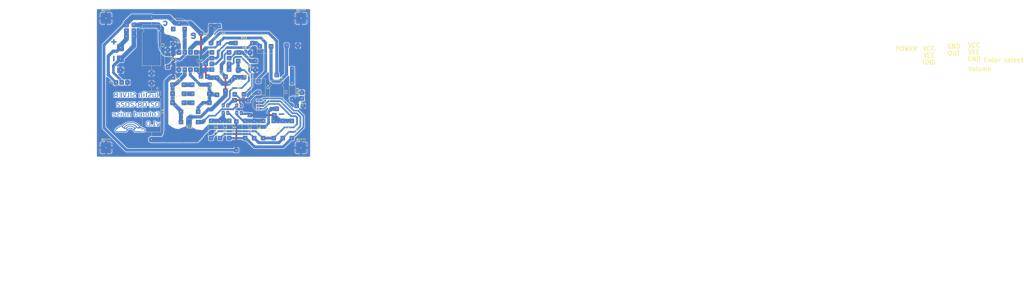
<source format=kicad_pcb>
(kicad_pcb (version 20211014) (generator pcbnew)
  (title_block (title "Colored noise generator") (date "2022-02-11") (rev "v1.0") (company "www.justin-silver.com") (comment 1 "Justin Silver") (comment 2 "Fabrication at the University of Strasbourg") (comment 3 "Etching in vertical FeCl3 bath with agitation"))
  (layers (0 "F.Cu" signal) (31 "B.Cu" signal) (34 "B.Paste" user) (35 "F.Paste" user) (36 "B.SilkS" user "B.Silkscreen") (37 "F.SilkS" user "F.Silkscreen") (38 "B.Mask" user) (39 "F.Mask" user) (44 "Edge.Cuts" user))
  (net 0 "")
  (net 1 "Net-(C1-Pad1)")
  (net 2 "VEE")
  (net 3 "VCC")
  (net 4 "GND")
  (net 5 "Net-(C4-Pad1)")
  (net 6 "Net-(C4-Pad2)")
  (net 7 "Net-(C5-Pad1)")
  (net 8 "Net-(C5-Pad2)")
  (net 9 "Net-(C6-Pad2)")
  (net 10 "Net-(C7-Pad2)")
  (net 11 "Net-(C8-Pad1)")
  (net 12 "Net-(C9-Pad1)")
  (net 13 "Net-(C9-Pad2)")
  (net 14 "Net-(D1-Pad1)")
  (net 15 "Net-(D1-Pad3)")
  (net 16 "Net-(D1-Pad4)")
  (net 17 "/vout")
  (net 18 "+VCC")
  (net 19 "-VEE")
  (net 20 "/vin")
  (net 21 "Net-(R2-Pad2)")
  (net 22 "Net-(R4-Pad1)")
  (net 23 "Net-(R7-Pad1)")
  (net 24 "Net-(R10-Pad1)")
  (net 25 "Net-(R13-Pad1)")
  (net 26 "Net-(R13-Pad2)")
  (net 27 "Net-(R14-Pad2)")
  (net 28 "Net-(R18-Pad1)")
  (net 29 "Net-(R19-Pad1)")
  (net 30 "Net-(R20-Pad2)")
  (net 31 "Net-(R24-Pad1)")
  (footprint "wires:standard" (layer "F.Cu") (at 119 139.2)
    (fp_text reference "REF**" hide)
    (fp_text value "wire")
  )
  (footprint "wires:standard" (layer "F.Cu") (at 108.15 113.75)
    (fp_text reference "REF**" hide)
    (fp_text value "wire")
  )
  (footprint "wires:standard" (layer "F.Cu") (at 123.799994 165.6)
    (fp_text reference "REF**" hide)
    (fp_text value "wire")
  )
  (footprint "wires:standard" (layer "F.Cu") (at 110.175 127.2)
    (fp_text reference "REF**" hide)
    (fp_text value "wire")
  )
  (footprint "Resistor_THT:R_Axial_DIN0207_L6.3mm_D2.5mm_P7.62mm_Horizontal" (layer "F.Cu") (at 93.4 121 -90)
    (fp_text reference "R1")
    (fp_text value "100k" hide)
  )
  (footprint "Resistor_THT:R_Axial_DIN0207_L6.3mm_D2.5mm_P7.62mm_Horizontal" (layer "F.Cu") (at 116 110.44824 -90)
    (fp_text reference "R3")
    (fp_text value "1Meg" hide)
  )
  (footprint "Resistor_THT:R_Axial_DIN0207_L6.3mm_D2.5mm_P7.62mm_Horizontal" (layer "F.Cu") (at 127.2 140.8 90)
    (fp_text reference "R24")
    (fp_text value "22k" hide)
  )
  (footprint "wires:standard" (layer "F.Cu") (at 108.15 132.9)
    (fp_text reference "REF**" hide)
    (fp_text value "wire")
  )
  (footprint "Resistor_THT:R_Axial_DIN0207_L6.3mm_D2.5mm_P7.62mm_Horizontal" (layer "F.Cu") (at 99.25 148.5)
    (fp_text reference "R14")
    (fp_text value "1Meg" hide)
  )
  (footprint "wires:standard" (layer "F.Cu") (at 123.8 152.85)
    (fp_text reference "REF**" hide)
    (fp_text value "wire")
  )
  (footprint "Resistor_THT:R_Axial_DIN0207_L6.3mm_D2.5mm_P7.62mm_Horizontal" (layer "F.Cu") (at 148.6 135.5 -90)
    (fp_text reference "R19")
    (fp_text value "1k" hide)
  )
  (footprint "Capacitor_THT:CP_Axial_L18.0mm_D8.0mm_P25.00mm_Horizontal" (layer "F.Cu") (at 86.2 106.47 -90)
    (fp_text reference "C2")
    (fp_text value "220u" hide)
  )
  (footprint "Capacitor_THT:CP_Axial_L18.0mm_D8.0mm_P25.00mm_Horizontal" (layer "F.Cu") (at 86.2 135.9 -90)
    (fp_text reference "C3")
    (fp_text value "220u" hide)
  )
  (footprint "Resistor_THT:R_Axial_DIN0207_L6.3mm_D2.5mm_P7.62mm_Horizontal" (layer "F.Cu") (at 112.6 118.06824 90)
    (fp_text reference "R2")
    (fp_text value "100k" hide)
  )
  (footprint "Resistor_THT:R_Axial_DIN0207_L6.3mm_D2.5mm_P7.62mm_Horizontal" (layer "F.Cu") (at 123.1 140.8 90)
    (fp_text reference "R13")
    (fp_text value "22k" hide)
  )
  (footprint "wires:standard" (layer "F.Cu") (at 95.8 133.2)
    (fp_text reference "REF**" hide)
    (fp_text value "wire")
  )
  (footprint "Capacitor_THT:C_Rect_L7.2mm_W2.5mm_P5.00mm_FKS2_FKP2_MKS2_MKP2" (layer "F.Cu") (at 124.92 122.22)
    (fp_text reference "C8")
    (fp_text value "22n" hide)
  )
  (footprint "wires:standard" (layer "F.Cu") (at 119 132.9)
    (fp_text reference "REF**" hide)
    (fp_text value "wire")
  )
  (footprint "connectors:screw_terminal_1x3" (layer "F.Cu") (at 72.4 120.05 -90)
    (fp_text reference "J2")
    (fp_text value "Screw_Terminal_01x03" hide)
  )
  (footprint "Capacitor_THT:C_Rect_L7.0mm_W6.0mm_P5.00mm" (layer "F.Cu") (at 134.2 119.47)
    (fp_text reference "C9")
    (fp_text value "10u" hide)
  )
  (footprint "Resistor_THT:R_Axial_DIN0207_L6.3mm_D2.5mm_P7.62mm_Horizontal" (layer "F.Cu") (at 120.67 152.6 -90)
    (fp_text reference "R10")
    (fp_text value "0" hide)
  )
  (footprint "MountingHole:MountingHole_2.5mm_Pad" (layer "F.Cu") (at 152.5 107)
    (fp_text reference "REF**")
    (fp_text value "mount")
  )
  (footprint "Package_DIP:DIP-8_W7.62mm_Socket" (layer "F.Cu") (at 120.6 129.79 180)
    (fp_text reference "U2")
    (fp_text value "Opamp_Dual" hide)
  )
  (footprint "MountingHole:MountingHole_2.5mm_Pad" (layer "F.Cu") (at 66 164.5)
    (fp_text reference "REF**")
    (fp_text value "mount")
  )
  (footprint "Resistor_THT:R_Axial_DIN0207_L6.3mm_D2.5mm_P7.62mm_Horizontal" (layer "F.Cu") (at 140.4 152.6 -90)
    (fp_text reference "R6")
    (fp_text value "0" hide)
  )
  (footprint "wires:standard" (layer "F.Cu") (at 140.67 149.999996)
    (fp_text reference "REF**" hide)
    (fp_text value "wire")
  )
  (footprint "Resistor_THT:R_Axial_DIN0207_L6.3mm_D2.5mm_P7.62mm_Horizontal" (layer "F.Cu") (at 131.73 152.6 -90)
    (fp_text reference "R8")
    (fp_text value "0" hide)
  )
  (footprint "Capacitor_THT:C_Rect_L7.2mm_W2.5mm_P5.00mm_FKS2_FKP2_MKS2_MKP2" (layer "F.Cu") (at 95.56 144.5)
    (fp_text reference "C7")
    (fp_text value "5n6" hide)
  )
  (footprint "MountingHole:MountingHole_2.5mm_Pad" (layer "F.Cu") (at 65.999996 106.99999)
    (fp_text reference "REF**")
    (fp_text value "mount")
  )
  (footprint "Resistor_THT:R_Axial_DIN0207_L6.3mm_D2.5mm_P7.62mm_Horizontal" (layer "F.Cu") (at 123.4 118)
    (fp_text reference "R22")
    (fp_text value "1Meg" hide)
  )
  (footprint "wires:standard" (layer "F.Cu") (at 128.98 143.400018)
    (fp_text reference "REF**" hide)
    (fp_text value "wire")
  )
  (footprint "MountingHole:MountingHole_2.5mm_Pad" (layer "F.Cu") (at 152.5 164.5)
    (fp_text reference "REF**")
    (fp_text value "mount")
  )
  (footprint "Connector_PinHeader_2.54mm:PinHeader_1x03_P2.54mm_Vertical" (layer "F.Cu") (at 70.425 135.5 90)
    (fp_text reference "J3")
    (fp_text value "Conn_01x03" hide)
  )
  (footprint "wires:standard" (layer "F.Cu") (at 153.35 145.9)
    (fp_text reference "REF**" hide)
    (fp_text value "wire")
  )
  (footprint "Capacitor_THT:C_Disc_D4.7mm_W2.5mm_P5.00mm" (layer "F.Cu") (at 95.56 136.5)
    (fp_text reference "C5")
    (fp_text value "820p" hide)
  )
  (footprint "Resistor_THT:R_Axial_DIN0207_L6.3mm_D2.5mm_P7.62mm_Horizontal" (layer "F.Cu") (at 135.73 152.6 -90)
    (fp_text reference "R9")
    (fp_text value "0" hide)
  )
  (footprint "wires:standard" (layer "F.Cu") (at 129.799998 150)
    (fp_text reference "REF**" hide)
    (fp_text value "wire")
  )
  (footprint "Resistor_THT:R_Axial_DIN0207_L6.3mm_D2.5mm_P7.62mm_Horizontal" (layer "F.Cu") (at 132.23 129.97 180)
    (fp_text reference "R20")
    (fp_text value "22k" hide)
  )
  (footprint "Capacitor_THT:C_Rect_L7.2mm_W2.5mm_P5.00mm_FKS2_FKP2_MKS2_MKP2" (layer "F.Cu") (at 95.56 140.5)
    (fp_text reference "C6")
    (fp_text value "2n2" hide)
  )
  (footprint "Resistor_THT:R_Axial_DIN0207_L6.3mm_D2.5mm_P7.62mm_Horizontal" (layer "F.Cu") (at 112.67 152.6 -90)
    (fp_text reference "R12")
    (fp_text value "0" hide)
  )
  (footprint "Resistor_THT:R_Axial_DIN0207_L6.3mm_D2.5mm_P7.62mm_Horizontal" (layer "F.Cu") (at 104.25 136.5)
    (fp_text reference "R15")
    (fp_text value "18k" hide)
  )
  (footprint "wires:standard" (layer "F.Cu") (at 95.8 118.35)
    (fp_text reference "REF**" hide)
    (fp_text value "wire")
  )
  (footprint "Resistor_THT:R_Axial_DIN0207_L6.3mm_D2.5mm_P7.62mm_Horizontal" (layer "F.Cu") (at 104.25 140.5)
    (fp_text reference "R16")
    (fp_text value "100k" hide)
  )
  (footprint "Resistor_THT:R_Axial_DIN0207_L6.3mm_D2.5mm_P7.62mm_Horizontal" (layer "F.Cu") (at 115.2 141 90)
    (fp_text reference "R21")
    (fp_text value "1Meg" hide)
  )
  (footprint "wires:standard" (layer "F.Cu") (at 123 143.4)
    (fp_text reference "REF**" hide)
    (fp_text value "wire")
  )
  (footprint "Connector_PinHeader_2.54mm:PinHeader_1x02_P2.54mm_Vertical" (layer "F.Cu") (at 152.83 142.59 180)
    (fp_text reference "J4")
    (fp_text value "Conn_01x02" hide)
  )
  (footprint "switches:dp3t" (layer "F.Cu") (at 122.00001 145.499988 180)
    (fp_text reference "SW2")
    (fp_text value "DP3T" hide)
  )
  (footprint "potentiometer:elegoo_pot" (layer "F.Cu") (at 148.6 124.4 180)
    (fp_text reference "VR1")
    (fp_text value "10k" hide)
  )
  (footprint "Resistor_THT:R_Axial_DIN0207_L6.3mm_D2.5mm_P7.62mm_Horizontal" (layer "F.Cu") (at 106.87 153.1 180)
    (fp_text reference "R18")
    (fp_text value "22k" hide)
  )
  (footprint "Capacitor_THT:CP_Axial_L10.0mm_D6.0mm_P15.00mm_Horizontal" (layer "F.Cu") (at 141.73 132.2 -90)
    (fp_text reference "C1")
    (fp_text value "1u" hide)
  )
  (footprint "Resistor_THT:R_Axial_DIN0207_L6.3mm_D2.5mm_P7.62mm_Horizontal" (layer "F.Cu") (at 127.73 152.6 -90)
    (fp_text reference "R7")
    (fp_text value "0" hide)
  )
  (footprint "Resistor_THT:R_Axial_DIN0207_L6.3mm_D2.5mm_P7.62mm_Horizontal" (layer "F.Cu") (at 144.4 152.6 -90)
    (fp_text reference "R5")
    (fp_text value "0" hide)
  )
  (footprint "Resistor_THT:R_Axial_DIN0207_L6.3mm_D2.5mm_P7.62mm_Horizontal" (layer "F.Cu") (at 116.67 152.6 -90)
    (fp_text reference "R11")
    (fp_text value "0" hide)
  )
  (footprint "wires:standard" (layer "F.Cu") (at 110.95 132.9)
    (fp_text reference "REF**" hide)
    (fp_text value "wire")
  )
  (footprint "Capacitor_THT:C_Rect_L7.0mm_W6.0mm_P5.00mm" (layer "F.Cu") (at 133.6 134.97 -90)
    (fp_text reference "C4")
    (fp_text value "10u" hide)
  )
  (footprint "Package_DIP:DIP-8_W7.62mm_Socket" (layer "F.Cu") (at 106 122.17 -90)
    (fp_text reference "U1")
    (fp_text value "Opamp_Dual" hide)
  )
  (footprint "Resistor_THT:R_Axial_DIN0207_L6.3mm_D2.5mm_P7.62mm_Horizontal" (layer "F.Cu") (at 104.25 144.5)
    (fp_text reference "R17")
    (fp_text value "330k" hide)
  )
  (footprint "Resistor_THT:R_Axial_DIN0207_L6.3mm_D2.5mm_P7.62mm_Horizontal" (layer "F.Cu") (at 148.4 152.6 -90)
    (fp_text reference "R4")
    (fp_text value "0" hide)
  )
  (footprint "Resistor_THT:R_Axial_DIN0207_L6.3mm_D2.5mm_P7.62mm_Horizontal" (layer "F.Cu") (at 132.23 125.97 180)
    (fp_text reference "R23")
    (fp_text value "390k" hide)
  )
  (footprint "transistors:2N2905A-TO-39" (layer "F.Cu") (at 98.5 111.9 180)
    (fp_text reference "Q1")
    (fp_text value "2N2905A" hide)
  )
  (footprint "switches:dpdt" (layer "F.Cu") (at 76.680007 112.470006 -90)
    (fp_text reference "SW1")
    (fp_text value "DPDT" hide)
  )
  (footprint "wires:standard" (layer "F.Cu") (at 150.55 145.9)
    (fp_text reference "REF**" hide)
    (fp_text value "wire")
  )
  (footprint "LED_THT:LED_D5.0mm-4_RGB" (layer "F.Cu") (at 133.8 143.4 -90)
    (fp_text reference "D1")
    (fp_text value "LED_RKGB" hide)
  )
  (footprint "copper-text:copper-text" (layer "B.Cu") (at 79.9292 147.579297 180)
    (fp_text reference "G***" hide)
    (fp_text value "LOGO" hide)
  )
  (gr_rect (start 61.75 168.7) (end 156.75 102.7) (layer "Edge.Cuts") (width 0.1) (fill none))
  (gr_text "e" (at 104.7 114.4) (layer "B.Cu") (effects (font (size 3.302 3.302) (thickness 0.635)) (justify mirror)))
  (gr_text "-" (at 69.3 124.9 90) (layer "B.Cu") (effects (font (size 2.54 2.54) (thickness 0.635)) (justify mirror)))
  (gr_text "+" (at 69.5 117.3) (layer "B.Cu") (effects (font (size 2.54 2.54) (thickness 0.635)) (justify mirror)))
  (gr_text "c" (at 92.3 108.9) (layer "B.Cu") (effects (font (size 2.54 2.54) (thickness 0.635)) (justify mirror)))
  (gr_text "-" (at 143.8 149.75 180) (layer "B.Cu") (effects (font (size 2.54 2.54) (thickness 0.635)) (justify mirror)))
  (gr_text "VCC\nVEE\nGND" (at 451 122) (layer "F.SilkS") (effects (font (size 1.905 1.905) (thickness 0.381))))
  (gr_text "POWER" (at 421 120.5) (layer "F.SilkS") (effects (font (size 1.905 1.905) (thickness 0.381))))
  (gr_text "Volume" (at 453.5 129.5) (layer "F.SilkS") (effects (font (size 1.905 1.905) (thickness 0.381))))
  (gr_text "GND\nOUT\n" (at 442 121) (layer "F.SilkS") (effects (font (size 1.905 1.905) (thickness 0.381))))
  (gr_text "VCC\nVEE\nGND" (at 431 123.5) (layer "F.SilkS") (effects (font (size 1.905 1.905) (thickness 0.381))))
  (gr_text "Color select" (at 464 125.5) (layer "F.SilkS") (effects (font (size 1.905 1.905) (thickness 0.381))))
  (segment (start 116.55 113.5) (end 117.25 113.5) (width 1.27) (layer "B.Cu") (net 1))
  (segment (start 116.8 113.5) (end 118.1 113.5) (width 1.27) (layer "B.Cu") (net 1))
  (segment (start 112.6 117.45) (end 116.55 113.5) (width 1.27) (layer "B.Cu") (net 1))
  (segment (start 141.73 117.13) (end 141.73 132.2) (width 1.27) (layer "B.Cu") (net 1))
  (segment (start 138.1 113.5) (end 141.73 117.13) (width 1.27) (layer "B.Cu") (net 1))
  (segment (start 112.6 118.06824) (end 112.6 117.45) (width 1.27) (layer "B.Cu") (net 1))
  (segment (start 118.1 113.5) (end 138.1 113.5) (width 1.27) (layer "B.Cu") (net 1))
  (segment (start 95.800012 118.350005) (end 95.800012 133.200005) (width 0.762) (layer "F.Cu") (net 2))
  (segment (start 118.999992 139.200001) (end 118.999992 132.899988) (width 0.762) (layer "F.Cu") (net 2))
  (segment (start 111.78 155.22) (end 108 159) (width 2.032) (layer "B.Cu") (net 2))
  (segment (start 93.25 160.9) (end 97.1 160.9) (width 1.778) (layer "B.Cu") (net 2))
  (segment (start 138.1 148.5) (end 139 147.6) (width 1.143) (layer "B.Cu") (net 2))
  (segment (start 136.480011 155.219989) (end 138.1 153.6) (width 1.143) (layer "B.Cu") (net 2))
  (segment (start 106.1 160.9) (end 100.1 160.9) (width 2.54) (layer "B.Cu") (net 2))
  (segment (start 97.1 160.9) (end 102.8 155.2) (width 1.778) (layer "B.Cu") (net 2))
  (segment (start 118.2 126.6) (end 118.6 126.2) (width 0.762) (layer "B.Cu") (net 2))
  (segment (start 93.25 160.9) (end 86.2 160.9) (width 2.54) (layer "B.Cu") (net 2))
  (segment (start 134.602608 155.22) (end 111.78 155.22) (width 2.032) (layer "B.Cu") (net 2))
  (segment (start 95.800012 133.200005) (end 94.599995 133.200005) (width 1.27) (layer "B.Cu") (net 2))
  (segment (start 134.602648 155.219989) (end 136.480011 155.219989) (width 1.778) (layer "B.Cu") (net 2))
  (segment (start 139 147.6) (end 139.4 147.2) (width 1.778) (layer "B.Cu") (net 2))
  (segment (start 102.8 151.7) (end 103.55852 150.94148) (width 2.54) (layer "B.Cu") (net 2))
  (segment (start 94.599995 133.200005) (end 92.75 135.05) (width 1.778) (layer "B.Cu") (net 2))
  (segment (start 118.6 123.2) (end 119.63 122.17) (width 0.762) (layer "B.Cu") (net 2))
  (segment (start 118.999992 141.250008) (end 118.999992 139.200001) (width 2.032) (layer "B.Cu") (net 2))
  (segment (start 118.999992 132.899988) (end 117.2 131.099996) (width 1.524) (layer "B.Cu") (net 2))
  (segment (start 102.8 155.2) (end 102.8 151.7) (width 2.54) (layer "B.Cu") (net 2))
  (segment (start 108 159) (end 106.1 160.9) (width 2.54) (layer "B.Cu") (net 2))
  (segment (start 139.4 147.2) (end 141.73 147.2) (width 1.778) (layer "B.Cu") (net 2))
  (segment (start 111.37132 147.5) (end 112.75 147.5) (width 1.778) (layer "B.Cu") (net 2))
  (segment (start 108.07132 150.8) (end 111.37132 147.5) (width 1.397) (layer "B.Cu") (net 2))
  (segment (start 118.6 126.2) (end 118.6 123.2) (width 0.762) (layer "B.Cu") (net 2))
  (segment (start 112.75 147.5) (end 118.999992 141.250008) (width 1.778) (layer "B.Cu") (net 2))
  (segment (start 92.75 160.4) (end 93.25 160.9) (width 1.778) (layer "B.Cu") (net 2))
  (segment (start 88.92 109.97) (end 90.5 111.55) (width 2.54) (layer "B.Cu") (net 2))
  (segment (start 78.31 109.97) (end 81.18 109.97) (width 2.032) (layer "B.Cu") (net 2))
  (segment (start 103.7 150.8) (end 108.07132 150.8) (width 1.397) (layer "B.Cu") (net 2))
  (segment (start 117.2 127.6) (end 118.2 126.6) (width 1.524) (layer "B.Cu") (net 2))
  (segment (start 138.1 153.6) (end 138.1 148.5) (width 1.143) (layer "B.Cu") (net 2))
  (segment (start 119.63 122.17) (end 120.6 122.17) (width 0.762) (layer "B.Cu") (net 2))
  (segment (start 92.75 135.05) (end 92.75 160.4) (width 1.778) (layer "B.Cu") (net 2))
  (segment (start 81.18 109.97) (end 88.92 109.97) (width 2.54) (layer "B.Cu") (net 2))
  (segment (start 90.5 111.55) (end 90.5 116.1) (width 2.54) (layer "B.Cu") (net 2))
  (segment (start 100.1 160.9) (end 93.25 160.9) (width 2.54) (layer "B.Cu") (net 2))
  (segment (start 117.2 131.099996) (end 117.2 127.6) (width 1.524) (layer "B.Cu") (net 2))
  (segment (start 108.149995 132.900007) (end 108.149995 113.750007) (width 0.762) (layer "F.Cu") (net 3))
  (segment (start 123.8 152.85) (end 123.8 165.599994) (width 0.762) (layer "F.Cu") (net 3))
  (segment (start 107.471164 131.261164) (end 106 129.79) (width 1.524) (layer "B.Cu") (net 3))
  (segment (start 94 106.5) (end 96.73 109.23) (width 2.032) (layer "B.Cu") (net 3))
  (segment (start 75.01 109.14) (end 77.68 106.47) (width 2.54) (layer "B.Cu") (net 3))
  (segment (start 123.800006 152.450006) (end 123.800006 152.849994) (width 0.762) (layer "B.Cu") (net 3))
  (segment (start 120.45 149.1) (end 123.800006 152.450006) (width 0.762) (layer "B.Cu") (net 3))
  (segment (start 98.37 109.23) (end 98.39 109.25) (width 2.032) (layer "B.Cu") (net 3))
  (segment (start 77.68 106.47) (end 86.2 106.47) (width 2.54) (layer "B.Cu") (net 3))
  (segment (start 107.313595 129.79) (end 106 129.79) (width 1.524) (layer "B.Cu") (net 3))
  (segment (start 86.35 106.47) (end 93.97 106.47) (width 2.032) (layer "B.Cu") (net 3))
  (segment (start 65.1 118.9) (end 74.03 109.97) (width 1.27) (layer "B.Cu") (net 3))
  (segment (start 107.315 130.1021) (end 106.3121 130.1021) (width 0.762) (layer "B.Cu") (net 3))
  (segment (start 103.649988 109.25) (end 108.149995 113.750007) (width 2.032) (layer "B.Cu") (net 3))
  (segment (start 75.01 109.97) (end 75.01 109.14) (width 2.032) (layer "B.Cu") (net 3))
  (segment (start 111.01 129.79) (end 112.01 129.79) (width 1.778) (layer "B.Cu") (net 3))
  (segment (start 75.1 165.6) (end 65.1 155.6) (width 1.27) (layer "B.Cu") (net 3))
  (segment (start 74.03 109.97) (end 75.01 109.97) (width 1.27) (layer "B.Cu") (net 3))
  (segment (start 96.73 109.23) (end 98.37 109.23) (width 2.032) (layer "B.Cu") (net 3))
  (segment (start 123.799994 165.6) (end 75.1 165.6) (width 1.27) (layer "B.Cu") (net 3))
  (segment (start 93.97 106.47) (end 94 106.5) (width 2.032) (layer "B.Cu") (net 3))
  (segment (start 112.01 129.79) (end 112.98 129.79) (width 1.778) (layer "B.Cu") (net 3))
  (segment (start 106.2429 130.0329) (end 106 129.79) (width 0.762) (layer "B.Cu") (net 3))
  (segment (start 109.228334 130.296665) (end 109.735 129.79) (width 1.524) (layer "B.Cu") (net 3))
  (segment (start 106.3121 130.1021) (end 106 129.79) (width 0.762) (layer "B.Cu") (net 3))
  (segment (start 86.2 106.47) (end 86.25 106.52) (width 2.032) (layer "B.Cu") (net 3))
  (segment (start 109.735 129.79) (end 111.01 129.79) (width 1.778) (layer "B.Cu") (net 3))
  (segment (start 106 129.79) (end 109.735 129.79) (width 1.778) (layer "B.Cu") (net 3))
  (segment (start 107.315 130.0329) (end 106.2429 130.0329) (width 0.762) (layer "B.Cu") (net 3))
  (segment (start 65.1 155.6) (end 65.1 118.9) (width 1.27) (layer "B.Cu") (net 3))
  (segment (start 120.03 149.1) (end 120.45 149.1) (width 0.762) (layer "B.Cu") (net 3))
  (segment (start 98.39 109.25) (end 103.649988 109.25) (width 2.032) (layer "B.Cu") (net 3))
  (arc (start 108.149995 132.900007) (mid 108.430246 131.491089) (end 109.228334 130.296665) (width 1.524) (layer "B.Cu") (net 3))
  (arc (start 108.149995 132.900007) (mid 107.973573 132.013072) (end 107.471164 131.261164) (width 1.524) (layer "B.Cu") (net 3))
  (segment (start 106 122.17) (end 108.38 122.17) (width 1.778) (layer "B.Cu") (net 5))
  (segment (start 110.75 119.95) (end 114.45 119.95) (width 0.889) (layer "B.Cu") (net 5))
  (segment (start 108.43 122.17) (end 110.25 120.35) (width 1.778) (layer "B.Cu") (net 5))
  (segment (start 136.8 130.65) (end 136.8 117.8) (width 1.27) (layer "B.Cu") (net 5))
  (segment (start 110.35 120.35) (end 110.75 119.95) (width 0.889) (layer "B.Cu") (net 5))
  (segment (start 114.45 119.95) (end 116 118.4) (width 0.889) (layer "B.Cu") (net 5))
  (segment (start 134.77352 115.77352) (end 118.2 115.77352) (width 1.27) (layer "B.Cu") (net 5))
  (segment (start 136.8 117.8) (end 134.77352 115.77352) (width 1.27) (layer "B.Cu") (net 5))
  (segment (start 116 117.97352) (end 118.2 115.77352) (width 1.27) (layer "B.Cu") (net 5))
  (segment (start 133.6 133.85) (end 136.8 130.65) (width 1.27) (layer "B.Cu") (net 5))
  (segment (start 110.25 120.35) (end 110.35 120.35) (width 1.778) (layer "B.Cu") (net 5))
  (segment (start 133.6 134.97) (end 133.6 133.85) (width 1.27) (layer "B.Cu") (net 5))
  (segment (start 116 118.4) (end 116 118.06824) (width 0.889) (layer "B.Cu") (net 5))
  (segment (start 108.38 122.17) (end 108.43 122.17) (width 0.889) (layer "B.Cu") (net 5))
  (segment (start 123.000026 143.4) (end 123.000008 143.400018) (width 0.762) (layer "F.Cu") (net 6))
  (segment (start 128.98 143.4) (end 123.000026 143.4) (width 0.762) (layer "F.Cu") (net 6))
  (segment (start 129.05 143.4) (end 132.48 139.97) (width 1.397) (layer "B.Cu") (net 6))
  (segment (start 132.48 139.97) (end 133.6 139.97) (width 1.397) (layer "B.Cu") (net 6))
  (segment (start 128.98 143.4) (end 129.05 143.4) (width 1.397) (layer "B.Cu") (net 6))
  (segment (start 123.000008 143.400018) (end 122.429982 143.400018) (width 1.27) (layer "B.Cu") (net 6))
  (segment (start 122.429982 143.400018) (end 120.03 145.8) (width 1.27) (layer "B.Cu") (net 6))
  (segment (start 99.25 148.19) (end 95.56 144.5) (width 1.778) (layer "B.Cu") (net 7))
  (segment (start 100.9 129.8) (end 100.91 129.8) (width 1.27) (layer "B.Cu") (net 7))
  (segment (start 95.56 140.5) (end 95.56 136.5) (width 1.778) (layer "B.Cu") (net 7))
  (segment (start 100.91 129.8) (end 100.92 129.79) (width 1.27) (layer "B.Cu") (net 7))
  (segment (start 97.506101 135.693898) (end 98.1 135.1) (width 1.778) (layer "B.Cu") (net 7))
  (segment (start 95.56 144.5) (end 95.56 140.5) (width 1.778) (layer "B.Cu") (net 7))
  (segment (start 99.25 153.1) (end 99.25 148.5) (width 1.778) (layer "B.Cu") (net 7))
  (segment (start 100.9 129.8) (end 100.9 132.2) (width 1.778) (layer "B.Cu") (net 7))
  (segment (start 99.25 148.5) (end 99.25 148.19) (width 1.016) (layer "B.Cu") (net 7))
  (segment (start 98.1 135.1) (end 100.829289 132.370711) (width 1.778) (layer "B.Cu") (net 7))
  (arc (start 100.829289 132.370711) (mid 100.881623 132.292389) (end 100.9 132.2) (width 1.778) (layer "B.Cu") (net 7))
  (arc (start 95.56 136.5) (mid 96.613222 136.290501) (end 97.506101 135.693898) (width 1.778) (layer "B.Cu") (net 7))
  (segment (start 100.56 136.5) (end 104.25 136.5) (width 2.032) (layer "B.Cu") (net 8))
  (segment (start 100.56 140.5) (end 104.25 140.5) (width 2.032) (layer "B.Cu") (net 9))
  (segment (start 100.56 144.5) (end 104.25 144.5) (width 2.032) (layer "B.Cu") (net 10))
  (segment (start 124.92 122.22) (end 126.48 122.22) (width 1.778) (layer "B.Cu") (net 11))
  (segment (start 120.6 124.71) (end 121.14 124.71) (width 0.889) (layer "B.Cu") (net 11))
  (segment (start 121.14 124.71) (end 123.63 122.22) (width 0.889) (layer "B.Cu") (net 11))
  (segment (start 126.48 122.22) (end 130.23 125.97) (width 1.27) (layer "B.Cu") (net 11))
  (segment (start 130.23 125.97) (end 132.23 125.97) (width 1.778) (layer "B.Cu") (net 11))
  (segment (start 123.63 122.22) (end 124.92 122.22) (width 2.032) (layer "B.Cu") (net 11))
  (segment (start 117.4 122.2) (end 119.6 120) (width 0.762) (layer "B.Cu") (net 12))
  (segment (start 119.8 120) (end 129.02 120) (width 1.143) (layer "B.Cu") (net 12))
  (segment (start 117.4 124.597686) (end 117.4 122.2) (width 1.016) (layer "B.Cu") (net 12))
  (segment (start 119.6 120) (end 119.8 120) (width 0.762) (layer "B.Cu") (net 12))
  (segment (start 132.73 118) (end 134.2 119.47) (width 1.778) (layer "B.Cu") (net 12))
  (segment (start 114.747686 127.25) (end 117.4 124.597686) (width 1.016) (layer "B.Cu") (net 12))
  (segment (start 129.02 120) (end 131.02 118) (width 1.143) (layer "B.Cu") (net 12))
  (segment (start 131.02 118) (end 132.73 118) (width 1.778) (layer "B.Cu") (net 12))
  (segment (start 112.98 127.25) (end 114.747686 127.25) (width 1.016) (layer "B.Cu") (net 12))
  (segment (start 146.1 131.9) (end 146.1 119.086) (width 1.397) (layer "B.Cu") (net 13))
  (segment (start 139.2 134) (end 140.2 135) (width 1.397) (layer "B.Cu") (net 13))
  (segment (start 143 135) (end 146.1 131.9) (width 1.397) (layer "B.Cu") (net 13))
  (segment (start 140.2 135) (end 143 135) (width 1.397) (layer "B.Cu") (net 13))
  (segment (start 139.2 119.47) (end 139.2 134) (width 1.397) (layer "B.Cu") (net 13))
  (segment (start 127.729991 160.219991) (end 127.73 160.22) (width 0.889) (layer "B.Cu") (net 14))
  (segment (start 135.8 142.6) (end 135 143.4) (width 0.762) (layer "B.Cu") (net 14))
  (segment (start 148.45 160.25) (end 144.6 164.1) (width 1.27) (layer "B.Cu") (net 14))
  (segment (start 153.6 155.35) (end 153.6 150.4) (width 0.762) (layer "B.Cu") (net 14))
  (segment (start 149.25 148) (end 143.85 142.6) (width 0.762) (layer "B.Cu") (net 14))
  (segment (start 143.85 142.6) (end 135.8 142.6) (width 0.762) (layer "B.Cu") (net 14))
  (segment (start 148.45 160.25) (end 148.7 160.25) (width 0.762) (layer "B.Cu") (net 14))
  (segment (start 131.86 164.1) (end 127.98 160.22) (width 1.27) (layer "B.Cu") (net 14))
  (segment (start 144.6 164.1) (end 131.86 164.1) (width 1.27) (layer "B.Cu") (net 14))
  (segment (start 151.2 148) (end 149.25 148) (width 0.762) (layer "B.Cu") (net 14))
  (segment (start 135 143.4) (end 133.8 143.4) (width 0.762) (layer "B.Cu") (net 14))
  (segment (start 148.7 160.25) (end 153.6 155.35) (width 0.762) (layer "B.Cu") (net 14))
  (segment (start 127.98 160.22) (end 127.73 160.22) (width 1.27) (layer "B.Cu") (net 14))
  (segment (start 153.6 150.4) (end 151.2 148) (width 0.762) (layer "B.Cu") (net 14))
  (segment (start 120.669892 160.219991) (end 127.729991 160.219991) (width 0.889) (layer "B.Cu") (net 14))
  (segment (start 144.73 160.22) (end 144.73 159.92) (width 0.762) (layer "B.Cu") (net 15))
  (segment (start 133.76 162.25) (end 142.7 162.25) (width 1.27) (layer "B.Cu") (net 15))
  (segment (start 152.23 154.97) (end 152.23 150.83) (width 0.762) (layer "B.Cu") (net 15))
  (segment (start 137.988951 143.8) (end 135.848951 145.94) (width 0.762) (layer "B.Cu") (net 15))
  (segment (start 116.67 160.22) (end 118.49 158.4) (width 0.889) (layer "B.Cu") (net 15))
  (segment (start 149.73 157.47) (end 152.23 154.97) (width 0.762) (layer "B.Cu") (net 15))
  (segment (start 129.91 158.4) (end 131.73 160.22) (width 0.889) (layer "B.Cu") (net 15))
  (segment (start 148.7 149.2) (end 143.3 143.8) (width 0.762) (layer "B.Cu") (net 15))
  (segment (start 147.18 157.47) (end 149.73 157.47) (width 0.762) (layer "B.Cu") (net 15))
  (segment (start 152.23 150.83) (end 150.6 149.2) (width 0.762) (layer "B.Cu") (net 15))
  (segment (start 135.848951 145.94) (end 133.8 145.94) (width 0.762) (layer "B.Cu") (net 15))
  (segment (start 142.7 162.25) (end 144.73 160.22) (width 1.27) (layer "B.Cu") (net 15))
  (segment (start 118.49 158.4) (end 129.91 158.4) (width 0.889) (layer "B.Cu") (net 15))
  (segment (start 131.73 160.22) (end 133.76 162.25) (width 1.27) (layer "B.Cu") (net 15))
  (segment (start 150.6 149.2) (end 148.7 149.2) (width 0.762) (layer "B.Cu") (net 15))
  (segment (start 143.3 143.8) (end 137.988951 143.8) (width 0.762) (layer "B.Cu") (net 15))
  (segment (start 144.73 159.92) (end 147.18 157.47) (width 0.762) (layer "B.Cu") (net 15))
  (segment (start 150.127676 150.5) (end 148.1 150.5) (width 0.762) (layer "B.Cu") (net 16))
  (segment (start 149.23 155.47) (end 150.73 153.97) (width 0.762) (layer "B.Cu") (net 16))
  (segment (start 150.73 153.97) (end 150.73 151.102324) (width 0.762) (layer "B.Cu") (net 16))
  (segment (start 135.73 160.22) (end 135.48 160.22) (width 0.889) (layer "B.Cu") (net 16))
  (segment (start 140.4 160.22) (end 145.15 155.47) (width 0.762) (layer "B.Cu") (net 16))
  (segment (start 142.6 145) (end 138.242 145) (width 0.762) (layer "B.Cu") (net 16))
  (segment (start 148.1 150.5) (end 142.6 145) (width 0.762) (layer "B.Cu") (net 16))
  (segment (start 145.15 155.47) (end 149.23 155.47) (width 0.762) (layer "B.Cu") (net 16))
  (segment (start 150.73 151.102324) (end 150.127676 150.5) (width 0.762) (layer "B.Cu") (net 16))
  (segment (start 135.48 160.22) (end 132.42 157.16) (width 0.889) (layer "B.Cu") (net 16))
  (segment (start 132.42 157.16) (end 115.73 157.16) (width 0.889) (layer "B.Cu") (net 16))
  (segment (start 115.73 157.16) (end 112.67 160.22) (width 0.889) (layer "B.Cu") (net 16))
  (segment (start 138.242 145) (end 136.032 147.21) (width 0.762) (layer "B.Cu") (net 16))
  (segment (start 135.73 160.22) (end 140.4 160.22) (width 1.27) (layer "B.Cu") (net 16))
  (segment (start 136.032 147.21) (end 133.8 147.21) (width 0.762) (layer "B.Cu") (net 16))
  (segment (start 69.2 121.6) (end 70.85 121.6) (width 1.397) (layer "B.Cu") (net 18))
  (segment (start 67.3 132.375) (end 67 132.075) (width 1.397) (layer "B.Cu") (net 18))
  (segment (start 67 132.075) (end 67 123.8) (width 1.397) (layer "B.Cu") (net 18))
  (segment (start 72.4 120.05) (end 72.4 119) (width 2.032) (layer "B.Cu") (net 18))
  (segment (start 67 123.8) (end 69.2 121.6) (width 1.397) (layer "B.Cu") (net 18))
  (segment (start 70.85 121.6) (end 72.4 120.05) (width 1.397) (layer "B.Cu") (net 18))
  (segment (start 70.425 135.5) (end 67.3 132.375) (width 1.143) (layer "B.Cu") (net 18))
  (segment (start 75.080007 116.319993) (end 75.080007 114.970006) (width 2.032) (layer "B.Cu") (net 18))
  (segment (start 72.4 119) (end 75.080007 116.319993) (width 2.032) (layer "B.Cu") (net 18))
  (segment (start 75.080007 114.970006) (end 75.080007 112.470006) (width 2.032) (layer "B.Cu") (net 18))
  (segment (start 72.965 135.5) (end 72.965 134.84) (width 1.143) (layer "B.Cu") (net 19))
  (segment (start 72.65001 125.04999) (end 78.380007 119.319993) (width 2.032) (layer "B.Cu") (net 19))
  (segment (start 69.29652 131.17152) (end 69.29652 128.15347) (width 1.143) (layer "B.Cu") (net 19))
  (segment (start 69.29652 128.15347) (end 72.4 125.04999) (width 1.397) (layer "B.Cu") (net 19))
  (segment (start 72.4 125.04999) (end 72.65001 125.04999) (width 2.032) (layer "B.Cu") (net 19))
  (segment (start 78.380007 119.319993) (end 78.380007 114.970006) (width 2.032) (layer "B.Cu") (net 19))
  (segment (start 78.380007 114.970006) (end 78.380007 112.470006) (width 2.032) (layer "B.Cu") (net 19))
  (segment (start 72.965 134.84) (end 69.29652 131.17152) (width 1.143) (layer "B.Cu") (net 19))
  (segment (start 96.82 125.2) (end 98.875 125.2) (width 1.27) (layer "B.Cu") (net 20))
  (segment (start 93.4 128.62) (end 96.82 125.2) (width 1.27) (layer "B.Cu") (net 20))
  (segment (start 98.875 125.2) (end 100.92 123.155) (width 1.27) (layer "B.Cu") (net 20))
  (segment (start 100.92 123.155) (end 100.92 122.17) (width 1.27) (layer "B.Cu") (net 20))
  (segment (start 100.91 111.77) (end 100.91 122.16) (width 1.778) (layer "B.Cu") (net 20))
  (segment (start 100.91 122.16) (end 100.92 122.17) (width 1.778) (layer "B.Cu") (net 20))
  (segment (start 103.46 120.54) (end 106 118) (width 2.032) (layer "B.Cu") (net 21))
  (segment (start 112.6 110.44824) (end 115.41 110.44824) (width 2.032) (layer "B.Cu") (net 21))
  (segment (start 112.8 113.05824) (end 115.41 110.44824) (width 2.032) (layer "B.Cu") (net 21))
  (segment (start 112.6 113.05824) (end 112.6 110.44824) (width 2.032) (layer "B.Cu") (net 21))
  (segment (start 115.41 110.44824) (end 116 110.44824) (width 2.032) (layer "B.Cu") (net 21))
  (segment (start 112.6 113.7) (end 112.6 110.44824) (width 2.032) (layer "B.Cu") (net 21))
  (segment (start 103.46 122.17) (end 103.46 120.54) (width 2.032) (layer "B.Cu") (net 21))
  (segment (start 106 118) (end 108.3 118) (width 2.032) (layer "B.Cu") (net 21))
  (segment (start 108.3 118) (end 112.6 113.7) (width 2.032) (layer "B.Cu") (net 21))
  (segment (start 129.799992 150.000004) (end 140.669992 150.000004) (width 0.762) (layer "F.Cu") (net 22))
  (segment (start 140.73 152.6) (end 148.4 152.6) (width 2.032) (layer "B.Cu") (net 22))
  (segment (start 126.33 149.4) (end 128.99999 149.4) (width 1.016) (layer "B.Cu") (net 22))
  (segment (start 126.03 149.1) (end 126.33 149.4) (width 1.016) (layer "B.Cu") (net 22))
  (segment (start 128.99999 149.4) (end 129.799994 150.200004) (width 1.016) (layer "B.Cu") (net 22))
  (segment (start 142.470976 151.800972) (end 140.67 149.999996) (width 1.524) (layer "B.Cu") (net 22))
  (segment (start 140.4 152.45453) (end 140.4 151.71347) (width 1.524) (layer "B.Cu") (net 22))
  (arc (start 140.15 151.255387) (mid 140.285143 150.575975) (end 140.67 149.999996) (width 1.524) (layer "B.Cu") (net 22))
  (arc (start 144.4 152.6) (mid 143.35602 152.392339) (end 142.470976 151.800972) (width 1.524) (layer "B.Cu") (net 22))
  (arc (start 140.4 152.6) (mid 140.214973 152.323088) (end 140.15 151.996447) (width 1.524) (layer "B.Cu") (net 22))
  (segment (start 124.600009 150.400009) (end 124.00001 149.80001) (width 0.889) (layer "B.Cu") (net 23))
  (segment (start 124.600009 150.400009) (end 126.8 152.6) (width 0.889) (layer "B.Cu") (net 23))
  (segment (start 124.00001 149.80001) (end 124.00001 149.049988) (width 0.889) (layer "B.Cu") (net 23))
  (segment (start 126.8 152.6) (end 127.73 152.6) (width 0.889) (layer "B.Cu") (net 23))
  (segment (start 127.73 152.6) (end 135.73 152.6) (width 2.032) (layer "B.Cu") (net 23))
  (segment (start 117.3 152.6) (end 116.67 152.6) (width 1.524) (layer "B.Cu") (net 24))
  (segment (start 118.03 151.87) (end 117.3 152.6) (width 1.524) (layer "B.Cu") (net 24))
  (segment (start 118.03 149.1) (end 118.03 151.87) (width 1.524) (layer "B.Cu") (net 24))
  (segment (start 120.67 152.6) (end 112.67 152.6) (width 2.032) (layer "B.Cu") (net 24))
  (segment (start 125.4 144.6) (end 125.4 142.7) (width 0.762) (layer "B.Cu") (net 25))
  (segment (start 126.03 145.23) (end 125.4 144.6) (width 0.762) (layer "B.Cu") (net 25))
  (segment (start 123.206779 140.906779) (end 123.1 140.8) (width 0.762) (layer "B.Cu") (net 25))
  (segment (start 126.03 145.8) (end 126.03 145.23) (width 0.762) (layer "B.Cu") (net 25))
  (segment (start 125.4 142.7) (end 124.259026 141.559026) (width 0.762) (layer "B.Cu") (net 25))
  (arc (start 124.25032 141.559026) (mid 123.691657 141.291605) (end 123.206779 140.906779) (width 0.762) (layer "B.Cu") (net 25))
  (segment (start 110.175 131.028985) (end 110.175 127.2) (width 0.762) (layer "F.Cu") (net 26))
  (arc (start 110.95 132.9) (mid 110.376416 132.041571) (end 110.175 131.028985) (width 0.762) (layer "F.Cu") (net 26))
  (segment (start 123.1 133.2) (end 123.1 133.18) (width 2.032) (layer "B.Cu") (net 26))
  (segment (start 123.4 118) (end 121 118) (width 1.778) (layer "B.Cu") (net 26))
  (segment (start 115.04 124.71) (end 112.98 124.71) (width 1.143) (layer "B.Cu") (net 26))
  (segment (start 110.175 127.2) (end 110.175 126.475) (width 1.397) (layer "B.Cu") (net 26))
  (segment (start 111.88 133.38) (end 111.4 132.9) (width 2.032) (layer "B.Cu") (net 26))
  (segment (start 127.18 133.2) (end 127.2 133.18) (width 2.032) (layer "B.Cu") (net 26))
  (segment (start 123.12 133.2) (end 127.18 133.2) (width 2.032) (layer "B.Cu") (net 26))
  (segment (start 123.1 133.18) (end 123.12 133.2) (width 2.032) (layer "B.Cu") (net 26))
  (segment (start 115.73 121.67) (end 115.73 124.02) (width 1.143) (layer "B.Cu") (net 26))
  (segment (start 116.4 121.1) (end 119.5 118) (width 0.762) (layer "B.Cu") (net 26))
  (segment (start 115.2 133.38) (end 115.2 133.4) (width 2.032) (layer "B.Cu") (net 26))
  (segment (start 120.3 136) (end 123.1 133.2) (width 2.032) (layer "B.Cu") (net 26))
  (segment (start 112.92 124.77) (end 112.98 124.71) (width 1.016) (layer "B.Cu") (net 26))
  (segment (start 115.2 133.38) (end 111.88 133.38) (width 2.032) (layer "B.Cu") (net 26))
  (segment (start 117.8 136) (end 120.3 136) (width 2.032) (layer "B.Cu") (net 26))
  (segment (start 110.175 126.475) (end 111.94 124.71) (width 1.397) (layer "B.Cu") (net 26))
  (segment (start 116.3 121.1) (end 116.4 121.1) (width 0.762) (layer "B.Cu") (net 26))
  (segment (start 116.3 121.1) (end 115.73 121.67) (width 1.143) (layer "B.Cu") (net 26))
  (segment (start 115.2 133.4) (end 117.8 136) (width 2.032) (layer "B.Cu") (net 26))
  (segment (start 119.5 118) (end 121 118) (width 0.762) (layer "B.Cu") (net 26))
  (segment (start 115.73 124.02) (end 115.04 124.71) (width 1.143) (layer "B.Cu") (net 26))
  (segment (start 111.94 124.71) (end 112.98 124.71) (width 1.397) (layer "B.Cu") (net 26))
  (segment (start 115.17 140.97) (end 112.34 140.97) (width 1.524) (layer "B.Cu") (net 27))
  (segment (start 107.75 136.5) (end 103.4 132.15) (width 1.27) (layer "B.Cu") (net 27))
  (segment (start 112.13 140.76) (end 111.87 140.5) (width 1.524) (layer "B.Cu") (net 27))
  (segment (start 109.05 144.5) (end 111.87 144.5) (width 1.524) (layer "B.Cu") (net 27))
  (segment (start 111.87 144.5) (end 111.87 136.5) (width 1.524) (layer "B.Cu") (net 27))
  (segment (start 115.2 141) (end 115.17 140.97) (width 1.524) (layer "B.Cu") (net 27))
  (segment (start 103.4 132.15) (end 103.4 129.85) (width 1.27) (layer "B.Cu") (net 27))
  (segment (start 111.87 136.5) (end 107.75 136.5) (width 1.778) (layer "B.Cu") (net 27))
  (segment (start 103.4 129.85) (end 103.46 129.79) (width 1.27) (layer "B.Cu") (net 27))
  (segment (start 106.87 148.5) (end 106.87 146.68) (width 1.524) (layer "B.Cu") (net 27))
  (segment (start 112.34 140.97) (end 111.87 140.5) (width 1.524) (layer "B.Cu") (net 27))
  (segment (start 112.08 141.47) (end 112.05 141.5) (width 1.524) (layer "B.Cu") (net 27))
  (segment (start 106.87 146.68) (end 109.05 144.5) (width 1.524) (layer "B.Cu") (net 27))
  (segment (start 109.4 152.6) (end 111.75 150.25) (width 0.762) (layer "B.Cu") (net 28))
  (segment (start 122.43 147.4) (end 124.03 145.8) (width 0.762) (layer "B.Cu") (net 28))
  (segment (start 111.75 150.25) (end 114.470181 150.25) (width 0.762) (layer "B.Cu") (net 28))
  (segment (start 108.9 153.1) (end 109.4 152.6) (width 1.778) (layer "B.Cu") (net 28))
  (segment (start 117.320181 147.4) (end 122.43 147.4) (width 0.762) (layer "B.Cu") (net 28))
  (segment (start 114.470181 150.25) (end 117.320181 147.4) (width 0.762) (layer "B.Cu") (net 28))
  (segment (start 106.87 153.1) (end 108.9 153.1) (width 1.778) (layer "B.Cu") (net 28))
  (segment (start 148.6 135.5) (end 148.6 129.5) (width 2.032) (layer "B.Cu") (net 29))
  (segment (start 118.03 145.8) (end 118.03 145.22) (width 0.762) (layer "B.Cu") (net 30))
  (segment (start 129.4 132.15) (end 127.22 129.97) (width 0.762) (layer "B.Cu") (net 30))
  (segment (start 127.22 129.97) (end 124.61 129.97) (width 0.762) (layer "B.Cu") (net 30))
  (segment (start 120.9 142.35) (end 120.9 139.4) (width 0.762) (layer "B.Cu") (net 30))
  (segment (start 122.3 138) (end 126.2 138) (width 0.762) (layer "B.Cu") (net 30))
  (segment (start 120.9 139.4) (end 122.3 138) (width 0.762) (layer "B.Cu") (net 30))
  (segment (start 126.2 138) (end 129.4 134.8) (width 0.762) (layer "B.Cu") (net 30))
  (segment (start 129.4 134.8) (end 129.4 132.15) (width 0.762) (layer "B.Cu") (net 30))
  (segment (start 118.03 145.22) (end 120.9 142.35) (width 0.762) (layer "B.Cu") (net 30))
  (segment (start 124.61 125.97) (end 124.61 129.97) (width 1.524) (layer "B.Cu") (net 30))
  (segment (start 122.65 126.8) (end 122.2 127.25) (width 0.762) (layer "B.Cu") (net 31))
  (segment (start 129.5 130.5) (end 129.5 127.74) (width 0.762) (layer "B.Cu") (net 31))
  (segment (start 122.65 124.85) (end 122.65 126.8) (width 0.762) (layer "B.Cu") (net 31))
  (segment (start 127.2 140.8) (end 130.6 137.4) (width 0.762) (layer "B.Cu") (net 31))
  (segment (start 120.6 127.25) (end 120.6 129.79) (width 2.032) (layer "B.Cu") (net 31))
  (segment (start 130.6 137.4) (end 130.6 131.6) (width 0.762) (layer "B.Cu") (net 31))
  (segment (start 122.2 127.25) (end 120.6 127.25) (width 0.762) (layer "B.Cu") (net 31))
  (segment (start 123.35 124.15) (end 122.65 124.85) (width 0.762) (layer "B.Cu") (net 31))
  (segment (start 125.91 124.15) (end 123.35 124.15) (width 0.762) (layer "B.Cu") (net 31))
  (segment (start 129.5 127.74) (end 125.91 124.15) (width 0.762) (layer "B.Cu") (net 31))
  (segment (start 130.6 131.6) (end 129.5 130.5) (width 0.762) (layer "B.Cu") (net 31))
  (zone (net 4) (net_name "GND") (layer "B.Cu") (connect_pads (clearance 0.254)) (min_thickness 0.762) (fill yes (thermal_gap 0.254) (thermal_bridge_width 0.762) (smoothing fillet) (radius 0.254))
    (polygon (pts (xy 161.68 174.57) (xy 56.68 174.57) (xy 56.68 98.87) (xy 161.68 98.87)))
  )
  (zone (net 27) (net_name "Net-(R14-Pad2)") (layer "B.Cu") (priority 1) (connect_pads yes (clearance 0.254)) (min_thickness 0.762) (fill yes (thermal_gap 0.254) (thermal_bridge_width 0.762) (smoothing fillet) (radius 0.254) (island_removal_mode 1) (island_area_min 0))
    (polygon (pts (xy 112.95 139.4) (xy 114.4 140.3) (xy 113.603823 141.174705) (xy 112.45 141.9) (xy 112.05 143.5) (xy 111.15 140.25) (xy 111.95 137.5)))
  )
  (zone (net 24) (net_name "Net-(R10-Pad1)") (layer "B.Cu") (priority 1) (connect_pads yes (clearance 0.254)) (min_thickness 0.762) (fill yes (thermal_gap 0.254) (thermal_bridge_width 0.762) (smoothing fillet) (radius 2) (island_removal_mode 1) (island_area_min 0))
    (polygon (pts (xy 119 151.290236) (xy 120.117803 152.607541) (xy 115.602655 152.813688) (xy 116.25 150.960894) (xy 118.00001 149.861988)))
  )
  (zone (net 2) (net_name "VEE") (layer "B.Cu") (priority 1) (connect_pads (clearance 0.254)) (min_thickness 0.762) (fill yes (thermal_gap 0.254) (thermal_bridge_width 0.762) (smoothing fillet) (radius 1.27))
    (polygon (pts (xy 92.2 114) (xy 93.95 114.4) (xy 96.991524 115.304074) (xy 98.55 116.4) (xy 99.2 118.4) (xy 99.05 123.2) (xy 94.00498 124) (xy 92.4 123.8) (xy 91.365355 123.504304) (xy 89.8 121) (xy 89.4 119) (xy 89.265355 117.054304) (xy 89.2 116.2) (xy 90.2 114.4) (xy 91.2 112.4)))
  )
  (zone (net 2) (net_name "VEE") (layer "B.Cu") (priority 1) (connect_pads yes (clearance 0.254)) (min_thickness 0.762) (fill yes (thermal_gap 0.254) (thermal_bridge_width 0.762) (smoothing fillet) (radius 0.508) (island_removal_mode 1) (island_area_min 0))
    (polygon (pts (xy 106.5 160.5) (xy 88.65 161.25) (xy 91.2 159.3) (xy 92.9 153.45) (xy 95.2 155.302383) (xy 96.8 156) (xy 98.2 156.2) (xy 102.8 154.4) (xy 103.880412 154.969075) (xy 104.6 155.6) (xy 106 156.4) (xy 109.5 156.75)))
  )
  (zone (net 30) (net_name "Net-(R20-Pad2)") (layer "B.Cu") (priority 1) (connect_pads yes (clearance 0.254)) (min_thickness 0.762) (fill yes (thermal_gap 0.254) (thermal_bridge_width 0.762) (smoothing fillet) (radius 0.254) (island_removal_mode 1) (island_area_min 0))
    (polygon (pts (xy 126.6 129.7) (xy 126.6 130.05) (xy 125.2 131.45) (xy 123.85 131.45) (xy 123.85 128.325) (xy 124.25 128.325) (xy 124.25 128.35) (xy 124.75 128.35) (xy 124.75 128.325) (xy 125.225 128.325)))
  )
  (zone (net 17) (net_name "/vout") (layer "B.Cu") (priority 1) (connect_pads yes (clearance 0.254)) (min_thickness 0.762) (fill yes (thermal_gap 0.508) (thermal_bridge_width 0.762) (smoothing fillet) (radius 1.524))
    (polygon (pts (xy 153.68 141.74) (xy 153.68 143.44) (xy 151.8 143.8) (xy 151.294271 144.78394) (xy 151.2 146.8) (xy 149.5 146.35) (xy 149.75 146.35) (xy 150.5 145.75) (xy 147.85 143.8) (xy 146.95 142.7) (xy 148 141.65) (xy 151.55 141.65)))
  )
)
</source>
